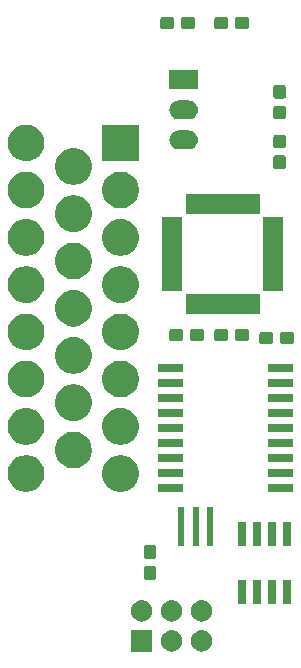
<source format=gbr>
G04 #@! TF.GenerationSoftware,KiCad,Pcbnew,5.1.5-52549c5~84~ubuntu18.04.1*
G04 #@! TF.CreationDate,2020-03-02T19:52:30-05:00*
G04 #@! TF.ProjectId,pedal-board-2020,70656461-6c2d-4626-9f61-72642d323032,rev?*
G04 #@! TF.SameCoordinates,Original*
G04 #@! TF.FileFunction,Soldermask,Top*
G04 #@! TF.FilePolarity,Negative*
%FSLAX46Y46*%
G04 Gerber Fmt 4.6, Leading zero omitted, Abs format (unit mm)*
G04 Created by KiCad (PCBNEW 5.1.5-52549c5~84~ubuntu18.04.1) date 2020-03-02 19:52:30*
%MOMM*%
%LPD*%
G04 APERTURE LIST*
%ADD10C,0.100000*%
G04 APERTURE END LIST*
D10*
G36*
X102983512Y-109593927D02*
G01*
X103132812Y-109623624D01*
X103296784Y-109691544D01*
X103444354Y-109790147D01*
X103569853Y-109915646D01*
X103668456Y-110063216D01*
X103736376Y-110227188D01*
X103771000Y-110401259D01*
X103771000Y-110578741D01*
X103736376Y-110752812D01*
X103668456Y-110916784D01*
X103569853Y-111064354D01*
X103444354Y-111189853D01*
X103296784Y-111288456D01*
X103132812Y-111356376D01*
X102983512Y-111386073D01*
X102958742Y-111391000D01*
X102781258Y-111391000D01*
X102756488Y-111386073D01*
X102607188Y-111356376D01*
X102443216Y-111288456D01*
X102295646Y-111189853D01*
X102170147Y-111064354D01*
X102071544Y-110916784D01*
X102003624Y-110752812D01*
X101969000Y-110578741D01*
X101969000Y-110401259D01*
X102003624Y-110227188D01*
X102071544Y-110063216D01*
X102170147Y-109915646D01*
X102295646Y-109790147D01*
X102443216Y-109691544D01*
X102607188Y-109623624D01*
X102756488Y-109593927D01*
X102781258Y-109589000D01*
X102958742Y-109589000D01*
X102983512Y-109593927D01*
G37*
G36*
X100443512Y-109593927D02*
G01*
X100592812Y-109623624D01*
X100756784Y-109691544D01*
X100904354Y-109790147D01*
X101029853Y-109915646D01*
X101128456Y-110063216D01*
X101196376Y-110227188D01*
X101231000Y-110401259D01*
X101231000Y-110578741D01*
X101196376Y-110752812D01*
X101128456Y-110916784D01*
X101029853Y-111064354D01*
X100904354Y-111189853D01*
X100756784Y-111288456D01*
X100592812Y-111356376D01*
X100443512Y-111386073D01*
X100418742Y-111391000D01*
X100241258Y-111391000D01*
X100216488Y-111386073D01*
X100067188Y-111356376D01*
X99903216Y-111288456D01*
X99755646Y-111189853D01*
X99630147Y-111064354D01*
X99531544Y-110916784D01*
X99463624Y-110752812D01*
X99429000Y-110578741D01*
X99429000Y-110401259D01*
X99463624Y-110227188D01*
X99531544Y-110063216D01*
X99630147Y-109915646D01*
X99755646Y-109790147D01*
X99903216Y-109691544D01*
X100067188Y-109623624D01*
X100216488Y-109593927D01*
X100241258Y-109589000D01*
X100418742Y-109589000D01*
X100443512Y-109593927D01*
G37*
G36*
X98691000Y-111391000D02*
G01*
X96889000Y-111391000D01*
X96889000Y-109589000D01*
X98691000Y-109589000D01*
X98691000Y-111391000D01*
G37*
G36*
X97903512Y-107053927D02*
G01*
X98052812Y-107083624D01*
X98216784Y-107151544D01*
X98364354Y-107250147D01*
X98489853Y-107375646D01*
X98588456Y-107523216D01*
X98656376Y-107687188D01*
X98691000Y-107861259D01*
X98691000Y-108038741D01*
X98656376Y-108212812D01*
X98588456Y-108376784D01*
X98489853Y-108524354D01*
X98364354Y-108649853D01*
X98216784Y-108748456D01*
X98052812Y-108816376D01*
X97903512Y-108846073D01*
X97878742Y-108851000D01*
X97701258Y-108851000D01*
X97676488Y-108846073D01*
X97527188Y-108816376D01*
X97363216Y-108748456D01*
X97215646Y-108649853D01*
X97090147Y-108524354D01*
X96991544Y-108376784D01*
X96923624Y-108212812D01*
X96889000Y-108038741D01*
X96889000Y-107861259D01*
X96923624Y-107687188D01*
X96991544Y-107523216D01*
X97090147Y-107375646D01*
X97215646Y-107250147D01*
X97363216Y-107151544D01*
X97527188Y-107083624D01*
X97676488Y-107053927D01*
X97701258Y-107049000D01*
X97878742Y-107049000D01*
X97903512Y-107053927D01*
G37*
G36*
X100443512Y-107053927D02*
G01*
X100592812Y-107083624D01*
X100756784Y-107151544D01*
X100904354Y-107250147D01*
X101029853Y-107375646D01*
X101128456Y-107523216D01*
X101196376Y-107687188D01*
X101231000Y-107861259D01*
X101231000Y-108038741D01*
X101196376Y-108212812D01*
X101128456Y-108376784D01*
X101029853Y-108524354D01*
X100904354Y-108649853D01*
X100756784Y-108748456D01*
X100592812Y-108816376D01*
X100443512Y-108846073D01*
X100418742Y-108851000D01*
X100241258Y-108851000D01*
X100216488Y-108846073D01*
X100067188Y-108816376D01*
X99903216Y-108748456D01*
X99755646Y-108649853D01*
X99630147Y-108524354D01*
X99531544Y-108376784D01*
X99463624Y-108212812D01*
X99429000Y-108038741D01*
X99429000Y-107861259D01*
X99463624Y-107687188D01*
X99531544Y-107523216D01*
X99630147Y-107375646D01*
X99755646Y-107250147D01*
X99903216Y-107151544D01*
X100067188Y-107083624D01*
X100216488Y-107053927D01*
X100241258Y-107049000D01*
X100418742Y-107049000D01*
X100443512Y-107053927D01*
G37*
G36*
X102983512Y-107053927D02*
G01*
X103132812Y-107083624D01*
X103296784Y-107151544D01*
X103444354Y-107250147D01*
X103569853Y-107375646D01*
X103668456Y-107523216D01*
X103736376Y-107687188D01*
X103771000Y-107861259D01*
X103771000Y-108038741D01*
X103736376Y-108212812D01*
X103668456Y-108376784D01*
X103569853Y-108524354D01*
X103444354Y-108649853D01*
X103296784Y-108748456D01*
X103132812Y-108816376D01*
X102983512Y-108846073D01*
X102958742Y-108851000D01*
X102781258Y-108851000D01*
X102756488Y-108846073D01*
X102607188Y-108816376D01*
X102443216Y-108748456D01*
X102295646Y-108649853D01*
X102170147Y-108524354D01*
X102071544Y-108376784D01*
X102003624Y-108212812D01*
X101969000Y-108038741D01*
X101969000Y-107861259D01*
X102003624Y-107687188D01*
X102071544Y-107523216D01*
X102170147Y-107375646D01*
X102295646Y-107250147D01*
X102443216Y-107151544D01*
X102607188Y-107083624D01*
X102756488Y-107053927D01*
X102781258Y-107049000D01*
X102958742Y-107049000D01*
X102983512Y-107053927D01*
G37*
G36*
X110368928Y-105337764D02*
G01*
X110390009Y-105344160D01*
X110409445Y-105354548D01*
X110426476Y-105368524D01*
X110440452Y-105385555D01*
X110450840Y-105404991D01*
X110457236Y-105426072D01*
X110460000Y-105454140D01*
X110460000Y-107267860D01*
X110457236Y-107295928D01*
X110450840Y-107317009D01*
X110440452Y-107336445D01*
X110426476Y-107353476D01*
X110409445Y-107367452D01*
X110390009Y-107377840D01*
X110368928Y-107384236D01*
X110340860Y-107387000D01*
X109877140Y-107387000D01*
X109849072Y-107384236D01*
X109827991Y-107377840D01*
X109808555Y-107367452D01*
X109791524Y-107353476D01*
X109777548Y-107336445D01*
X109767160Y-107317009D01*
X109760764Y-107295928D01*
X109758000Y-107267860D01*
X109758000Y-105454140D01*
X109760764Y-105426072D01*
X109767160Y-105404991D01*
X109777548Y-105385555D01*
X109791524Y-105368524D01*
X109808555Y-105354548D01*
X109827991Y-105344160D01*
X109849072Y-105337764D01*
X109877140Y-105335000D01*
X110340860Y-105335000D01*
X110368928Y-105337764D01*
G37*
G36*
X109098928Y-105337764D02*
G01*
X109120009Y-105344160D01*
X109139445Y-105354548D01*
X109156476Y-105368524D01*
X109170452Y-105385555D01*
X109180840Y-105404991D01*
X109187236Y-105426072D01*
X109190000Y-105454140D01*
X109190000Y-107267860D01*
X109187236Y-107295928D01*
X109180840Y-107317009D01*
X109170452Y-107336445D01*
X109156476Y-107353476D01*
X109139445Y-107367452D01*
X109120009Y-107377840D01*
X109098928Y-107384236D01*
X109070860Y-107387000D01*
X108607140Y-107387000D01*
X108579072Y-107384236D01*
X108557991Y-107377840D01*
X108538555Y-107367452D01*
X108521524Y-107353476D01*
X108507548Y-107336445D01*
X108497160Y-107317009D01*
X108490764Y-107295928D01*
X108488000Y-107267860D01*
X108488000Y-105454140D01*
X108490764Y-105426072D01*
X108497160Y-105404991D01*
X108507548Y-105385555D01*
X108521524Y-105368524D01*
X108538555Y-105354548D01*
X108557991Y-105344160D01*
X108579072Y-105337764D01*
X108607140Y-105335000D01*
X109070860Y-105335000D01*
X109098928Y-105337764D01*
G37*
G36*
X107828928Y-105337764D02*
G01*
X107850009Y-105344160D01*
X107869445Y-105354548D01*
X107886476Y-105368524D01*
X107900452Y-105385555D01*
X107910840Y-105404991D01*
X107917236Y-105426072D01*
X107920000Y-105454140D01*
X107920000Y-107267860D01*
X107917236Y-107295928D01*
X107910840Y-107317009D01*
X107900452Y-107336445D01*
X107886476Y-107353476D01*
X107869445Y-107367452D01*
X107850009Y-107377840D01*
X107828928Y-107384236D01*
X107800860Y-107387000D01*
X107337140Y-107387000D01*
X107309072Y-107384236D01*
X107287991Y-107377840D01*
X107268555Y-107367452D01*
X107251524Y-107353476D01*
X107237548Y-107336445D01*
X107227160Y-107317009D01*
X107220764Y-107295928D01*
X107218000Y-107267860D01*
X107218000Y-105454140D01*
X107220764Y-105426072D01*
X107227160Y-105404991D01*
X107237548Y-105385555D01*
X107251524Y-105368524D01*
X107268555Y-105354548D01*
X107287991Y-105344160D01*
X107309072Y-105337764D01*
X107337140Y-105335000D01*
X107800860Y-105335000D01*
X107828928Y-105337764D01*
G37*
G36*
X106558928Y-105337764D02*
G01*
X106580009Y-105344160D01*
X106599445Y-105354548D01*
X106616476Y-105368524D01*
X106630452Y-105385555D01*
X106640840Y-105404991D01*
X106647236Y-105426072D01*
X106650000Y-105454140D01*
X106650000Y-107267860D01*
X106647236Y-107295928D01*
X106640840Y-107317009D01*
X106630452Y-107336445D01*
X106616476Y-107353476D01*
X106599445Y-107367452D01*
X106580009Y-107377840D01*
X106558928Y-107384236D01*
X106530860Y-107387000D01*
X106067140Y-107387000D01*
X106039072Y-107384236D01*
X106017991Y-107377840D01*
X105998555Y-107367452D01*
X105981524Y-107353476D01*
X105967548Y-107336445D01*
X105957160Y-107317009D01*
X105950764Y-107295928D01*
X105948000Y-107267860D01*
X105948000Y-105454140D01*
X105950764Y-105426072D01*
X105957160Y-105404991D01*
X105967548Y-105385555D01*
X105981524Y-105368524D01*
X105998555Y-105354548D01*
X106017991Y-105344160D01*
X106039072Y-105337764D01*
X106067140Y-105335000D01*
X106530860Y-105335000D01*
X106558928Y-105337764D01*
G37*
G36*
X98864499Y-104153445D02*
G01*
X98901995Y-104164820D01*
X98936554Y-104183292D01*
X98966847Y-104208153D01*
X98991708Y-104238446D01*
X99010180Y-104273005D01*
X99021555Y-104310501D01*
X99026000Y-104355638D01*
X99026000Y-105094362D01*
X99021555Y-105139499D01*
X99010180Y-105176995D01*
X98991708Y-105211554D01*
X98966847Y-105241847D01*
X98936554Y-105266708D01*
X98901995Y-105285180D01*
X98864499Y-105296555D01*
X98819362Y-105301000D01*
X98180638Y-105301000D01*
X98135501Y-105296555D01*
X98098005Y-105285180D01*
X98063446Y-105266708D01*
X98033153Y-105241847D01*
X98008292Y-105211554D01*
X97989820Y-105176995D01*
X97978445Y-105139499D01*
X97974000Y-105094362D01*
X97974000Y-104355638D01*
X97978445Y-104310501D01*
X97989820Y-104273005D01*
X98008292Y-104238446D01*
X98033153Y-104208153D01*
X98063446Y-104183292D01*
X98098005Y-104164820D01*
X98135501Y-104153445D01*
X98180638Y-104149000D01*
X98819362Y-104149000D01*
X98864499Y-104153445D01*
G37*
G36*
X98864499Y-102403445D02*
G01*
X98901995Y-102414820D01*
X98936554Y-102433292D01*
X98966847Y-102458153D01*
X98991708Y-102488446D01*
X99010180Y-102523005D01*
X99021555Y-102560501D01*
X99026000Y-102605638D01*
X99026000Y-103344362D01*
X99021555Y-103389499D01*
X99010180Y-103426995D01*
X98991708Y-103461554D01*
X98966847Y-103491847D01*
X98936554Y-103516708D01*
X98901995Y-103535180D01*
X98864499Y-103546555D01*
X98819362Y-103551000D01*
X98180638Y-103551000D01*
X98135501Y-103546555D01*
X98098005Y-103535180D01*
X98063446Y-103516708D01*
X98033153Y-103491847D01*
X98008292Y-103461554D01*
X97989820Y-103426995D01*
X97978445Y-103389499D01*
X97974000Y-103344362D01*
X97974000Y-102605638D01*
X97978445Y-102560501D01*
X97989820Y-102523005D01*
X98008292Y-102488446D01*
X98033153Y-102458153D01*
X98063446Y-102433292D01*
X98098005Y-102414820D01*
X98135501Y-102403445D01*
X98180638Y-102399000D01*
X98819362Y-102399000D01*
X98864499Y-102403445D01*
G37*
G36*
X102613000Y-102489000D02*
G01*
X102111000Y-102489000D01*
X102111000Y-99187000D01*
X102613000Y-99187000D01*
X102613000Y-102489000D01*
G37*
G36*
X101413000Y-102489000D02*
G01*
X100911000Y-102489000D01*
X100911000Y-99187000D01*
X101413000Y-99187000D01*
X101413000Y-102489000D01*
G37*
G36*
X103813000Y-102489000D02*
G01*
X103311000Y-102489000D01*
X103311000Y-99187000D01*
X103813000Y-99187000D01*
X103813000Y-102489000D01*
G37*
G36*
X110368928Y-100387764D02*
G01*
X110390009Y-100394160D01*
X110409445Y-100404548D01*
X110426476Y-100418524D01*
X110440452Y-100435555D01*
X110450840Y-100454991D01*
X110457236Y-100476072D01*
X110460000Y-100504140D01*
X110460000Y-102317860D01*
X110457236Y-102345928D01*
X110450840Y-102367009D01*
X110440452Y-102386445D01*
X110426476Y-102403476D01*
X110409445Y-102417452D01*
X110390009Y-102427840D01*
X110368928Y-102434236D01*
X110340860Y-102437000D01*
X109877140Y-102437000D01*
X109849072Y-102434236D01*
X109827991Y-102427840D01*
X109808555Y-102417452D01*
X109791524Y-102403476D01*
X109777548Y-102386445D01*
X109767160Y-102367009D01*
X109760764Y-102345928D01*
X109758000Y-102317860D01*
X109758000Y-100504140D01*
X109760764Y-100476072D01*
X109767160Y-100454991D01*
X109777548Y-100435555D01*
X109791524Y-100418524D01*
X109808555Y-100404548D01*
X109827991Y-100394160D01*
X109849072Y-100387764D01*
X109877140Y-100385000D01*
X110340860Y-100385000D01*
X110368928Y-100387764D01*
G37*
G36*
X109098928Y-100387764D02*
G01*
X109120009Y-100394160D01*
X109139445Y-100404548D01*
X109156476Y-100418524D01*
X109170452Y-100435555D01*
X109180840Y-100454991D01*
X109187236Y-100476072D01*
X109190000Y-100504140D01*
X109190000Y-102317860D01*
X109187236Y-102345928D01*
X109180840Y-102367009D01*
X109170452Y-102386445D01*
X109156476Y-102403476D01*
X109139445Y-102417452D01*
X109120009Y-102427840D01*
X109098928Y-102434236D01*
X109070860Y-102437000D01*
X108607140Y-102437000D01*
X108579072Y-102434236D01*
X108557991Y-102427840D01*
X108538555Y-102417452D01*
X108521524Y-102403476D01*
X108507548Y-102386445D01*
X108497160Y-102367009D01*
X108490764Y-102345928D01*
X108488000Y-102317860D01*
X108488000Y-100504140D01*
X108490764Y-100476072D01*
X108497160Y-100454991D01*
X108507548Y-100435555D01*
X108521524Y-100418524D01*
X108538555Y-100404548D01*
X108557991Y-100394160D01*
X108579072Y-100387764D01*
X108607140Y-100385000D01*
X109070860Y-100385000D01*
X109098928Y-100387764D01*
G37*
G36*
X107828928Y-100387764D02*
G01*
X107850009Y-100394160D01*
X107869445Y-100404548D01*
X107886476Y-100418524D01*
X107900452Y-100435555D01*
X107910840Y-100454991D01*
X107917236Y-100476072D01*
X107920000Y-100504140D01*
X107920000Y-102317860D01*
X107917236Y-102345928D01*
X107910840Y-102367009D01*
X107900452Y-102386445D01*
X107886476Y-102403476D01*
X107869445Y-102417452D01*
X107850009Y-102427840D01*
X107828928Y-102434236D01*
X107800860Y-102437000D01*
X107337140Y-102437000D01*
X107309072Y-102434236D01*
X107287991Y-102427840D01*
X107268555Y-102417452D01*
X107251524Y-102403476D01*
X107237548Y-102386445D01*
X107227160Y-102367009D01*
X107220764Y-102345928D01*
X107218000Y-102317860D01*
X107218000Y-100504140D01*
X107220764Y-100476072D01*
X107227160Y-100454991D01*
X107237548Y-100435555D01*
X107251524Y-100418524D01*
X107268555Y-100404548D01*
X107287991Y-100394160D01*
X107309072Y-100387764D01*
X107337140Y-100385000D01*
X107800860Y-100385000D01*
X107828928Y-100387764D01*
G37*
G36*
X106558928Y-100387764D02*
G01*
X106580009Y-100394160D01*
X106599445Y-100404548D01*
X106616476Y-100418524D01*
X106630452Y-100435555D01*
X106640840Y-100454991D01*
X106647236Y-100476072D01*
X106650000Y-100504140D01*
X106650000Y-102317860D01*
X106647236Y-102345928D01*
X106640840Y-102367009D01*
X106630452Y-102386445D01*
X106616476Y-102403476D01*
X106599445Y-102417452D01*
X106580009Y-102427840D01*
X106558928Y-102434236D01*
X106530860Y-102437000D01*
X106067140Y-102437000D01*
X106039072Y-102434236D01*
X106017991Y-102427840D01*
X105998555Y-102417452D01*
X105981524Y-102403476D01*
X105967548Y-102386445D01*
X105957160Y-102367009D01*
X105950764Y-102345928D01*
X105948000Y-102317860D01*
X105948000Y-100504140D01*
X105950764Y-100476072D01*
X105957160Y-100454991D01*
X105967548Y-100435555D01*
X105981524Y-100418524D01*
X105998555Y-100404548D01*
X106017991Y-100394160D01*
X106039072Y-100387764D01*
X106067140Y-100385000D01*
X106530860Y-100385000D01*
X106558928Y-100387764D01*
G37*
G36*
X101236928Y-97187764D02*
G01*
X101258009Y-97194160D01*
X101277445Y-97204548D01*
X101294476Y-97218524D01*
X101308452Y-97235555D01*
X101318840Y-97254991D01*
X101325236Y-97276072D01*
X101328000Y-97304140D01*
X101328000Y-97767860D01*
X101325236Y-97795928D01*
X101318840Y-97817009D01*
X101308452Y-97836445D01*
X101294476Y-97853476D01*
X101277445Y-97867452D01*
X101258009Y-97877840D01*
X101236928Y-97884236D01*
X101208860Y-97887000D01*
X99295140Y-97887000D01*
X99267072Y-97884236D01*
X99245991Y-97877840D01*
X99226555Y-97867452D01*
X99209524Y-97853476D01*
X99195548Y-97836445D01*
X99185160Y-97817009D01*
X99178764Y-97795928D01*
X99176000Y-97767860D01*
X99176000Y-97304140D01*
X99178764Y-97276072D01*
X99185160Y-97254991D01*
X99195548Y-97235555D01*
X99209524Y-97218524D01*
X99226555Y-97204548D01*
X99245991Y-97194160D01*
X99267072Y-97187764D01*
X99295140Y-97185000D01*
X101208860Y-97185000D01*
X101236928Y-97187764D01*
G37*
G36*
X110536928Y-97187764D02*
G01*
X110558009Y-97194160D01*
X110577445Y-97204548D01*
X110594476Y-97218524D01*
X110608452Y-97235555D01*
X110618840Y-97254991D01*
X110625236Y-97276072D01*
X110628000Y-97304140D01*
X110628000Y-97767860D01*
X110625236Y-97795928D01*
X110618840Y-97817009D01*
X110608452Y-97836445D01*
X110594476Y-97853476D01*
X110577445Y-97867452D01*
X110558009Y-97877840D01*
X110536928Y-97884236D01*
X110508860Y-97887000D01*
X108595140Y-97887000D01*
X108567072Y-97884236D01*
X108545991Y-97877840D01*
X108526555Y-97867452D01*
X108509524Y-97853476D01*
X108495548Y-97836445D01*
X108485160Y-97817009D01*
X108478764Y-97795928D01*
X108476000Y-97767860D01*
X108476000Y-97304140D01*
X108478764Y-97276072D01*
X108485160Y-97254991D01*
X108495548Y-97235555D01*
X108509524Y-97218524D01*
X108526555Y-97204548D01*
X108545991Y-97194160D01*
X108567072Y-97187764D01*
X108595140Y-97185000D01*
X110508860Y-97185000D01*
X110536928Y-97187764D01*
G37*
G36*
X88314585Y-94804802D02*
G01*
X88464410Y-94834604D01*
X88746674Y-94951521D01*
X89000705Y-95121259D01*
X89216741Y-95337295D01*
X89386479Y-95591326D01*
X89503396Y-95873590D01*
X89503396Y-95873591D01*
X89563000Y-96173239D01*
X89563000Y-96478761D01*
X89545727Y-96565597D01*
X89503396Y-96778410D01*
X89386479Y-97060674D01*
X89216741Y-97314705D01*
X89000705Y-97530741D01*
X88746674Y-97700479D01*
X88464410Y-97817396D01*
X88372907Y-97835597D01*
X88164761Y-97877000D01*
X87859239Y-97877000D01*
X87651093Y-97835597D01*
X87559590Y-97817396D01*
X87277326Y-97700479D01*
X87023295Y-97530741D01*
X86807259Y-97314705D01*
X86637521Y-97060674D01*
X86520604Y-96778410D01*
X86478273Y-96565597D01*
X86461000Y-96478761D01*
X86461000Y-96173239D01*
X86520604Y-95873591D01*
X86520604Y-95873590D01*
X86637521Y-95591326D01*
X86807259Y-95337295D01*
X87023295Y-95121259D01*
X87277326Y-94951521D01*
X87559590Y-94834604D01*
X87709415Y-94804802D01*
X87859239Y-94775000D01*
X88164761Y-94775000D01*
X88314585Y-94804802D01*
G37*
G36*
X96314585Y-94804802D02*
G01*
X96464410Y-94834604D01*
X96746674Y-94951521D01*
X97000705Y-95121259D01*
X97216741Y-95337295D01*
X97386479Y-95591326D01*
X97503396Y-95873590D01*
X97503396Y-95873591D01*
X97563000Y-96173239D01*
X97563000Y-96478761D01*
X97545727Y-96565597D01*
X97503396Y-96778410D01*
X97386479Y-97060674D01*
X97216741Y-97314705D01*
X97000705Y-97530741D01*
X96746674Y-97700479D01*
X96464410Y-97817396D01*
X96372907Y-97835597D01*
X96164761Y-97877000D01*
X95859239Y-97877000D01*
X95651093Y-97835597D01*
X95559590Y-97817396D01*
X95277326Y-97700479D01*
X95023295Y-97530741D01*
X94807259Y-97314705D01*
X94637521Y-97060674D01*
X94520604Y-96778410D01*
X94478273Y-96565597D01*
X94461000Y-96478761D01*
X94461000Y-96173239D01*
X94520604Y-95873591D01*
X94520604Y-95873590D01*
X94637521Y-95591326D01*
X94807259Y-95337295D01*
X95023295Y-95121259D01*
X95277326Y-94951521D01*
X95559590Y-94834604D01*
X95709415Y-94804802D01*
X95859239Y-94775000D01*
X96164761Y-94775000D01*
X96314585Y-94804802D01*
G37*
G36*
X110536928Y-95917764D02*
G01*
X110558009Y-95924160D01*
X110577445Y-95934548D01*
X110594476Y-95948524D01*
X110608452Y-95965555D01*
X110618840Y-95984991D01*
X110625236Y-96006072D01*
X110628000Y-96034140D01*
X110628000Y-96497860D01*
X110625236Y-96525928D01*
X110618840Y-96547009D01*
X110608452Y-96566445D01*
X110594476Y-96583476D01*
X110577445Y-96597452D01*
X110558009Y-96607840D01*
X110536928Y-96614236D01*
X110508860Y-96617000D01*
X108595140Y-96617000D01*
X108567072Y-96614236D01*
X108545991Y-96607840D01*
X108526555Y-96597452D01*
X108509524Y-96583476D01*
X108495548Y-96566445D01*
X108485160Y-96547009D01*
X108478764Y-96525928D01*
X108476000Y-96497860D01*
X108476000Y-96034140D01*
X108478764Y-96006072D01*
X108485160Y-95984991D01*
X108495548Y-95965555D01*
X108509524Y-95948524D01*
X108526555Y-95934548D01*
X108545991Y-95924160D01*
X108567072Y-95917764D01*
X108595140Y-95915000D01*
X110508860Y-95915000D01*
X110536928Y-95917764D01*
G37*
G36*
X101236928Y-95917764D02*
G01*
X101258009Y-95924160D01*
X101277445Y-95934548D01*
X101294476Y-95948524D01*
X101308452Y-95965555D01*
X101318840Y-95984991D01*
X101325236Y-96006072D01*
X101328000Y-96034140D01*
X101328000Y-96497860D01*
X101325236Y-96525928D01*
X101318840Y-96547009D01*
X101308452Y-96566445D01*
X101294476Y-96583476D01*
X101277445Y-96597452D01*
X101258009Y-96607840D01*
X101236928Y-96614236D01*
X101208860Y-96617000D01*
X99295140Y-96617000D01*
X99267072Y-96614236D01*
X99245991Y-96607840D01*
X99226555Y-96597452D01*
X99209524Y-96583476D01*
X99195548Y-96566445D01*
X99185160Y-96547009D01*
X99178764Y-96525928D01*
X99176000Y-96497860D01*
X99176000Y-96034140D01*
X99178764Y-96006072D01*
X99185160Y-95984991D01*
X99195548Y-95965555D01*
X99209524Y-95948524D01*
X99226555Y-95934548D01*
X99245991Y-95924160D01*
X99267072Y-95917764D01*
X99295140Y-95915000D01*
X101208860Y-95915000D01*
X101236928Y-95917764D01*
G37*
G36*
X92227361Y-92787452D02*
G01*
X92464410Y-92834604D01*
X92746674Y-92951521D01*
X93000705Y-93121259D01*
X93216741Y-93337295D01*
X93386479Y-93591326D01*
X93503396Y-93873590D01*
X93515758Y-93935738D01*
X93537974Y-94047423D01*
X93563000Y-94173240D01*
X93563000Y-94478760D01*
X93503396Y-94778410D01*
X93386479Y-95060674D01*
X93216741Y-95314705D01*
X93000705Y-95530741D01*
X92746674Y-95700479D01*
X92464410Y-95817396D01*
X92314585Y-95847198D01*
X92164761Y-95877000D01*
X91859239Y-95877000D01*
X91709415Y-95847198D01*
X91559590Y-95817396D01*
X91277326Y-95700479D01*
X91023295Y-95530741D01*
X90807259Y-95314705D01*
X90637521Y-95060674D01*
X90520604Y-94778410D01*
X90461000Y-94478760D01*
X90461000Y-94173240D01*
X90486027Y-94047423D01*
X90508242Y-93935738D01*
X90520604Y-93873590D01*
X90637521Y-93591326D01*
X90807259Y-93337295D01*
X91023295Y-93121259D01*
X91277326Y-92951521D01*
X91559590Y-92834604D01*
X91796639Y-92787452D01*
X91859239Y-92775000D01*
X92164761Y-92775000D01*
X92227361Y-92787452D01*
G37*
G36*
X110536928Y-94647764D02*
G01*
X110558009Y-94654160D01*
X110577445Y-94664548D01*
X110594476Y-94678524D01*
X110608452Y-94695555D01*
X110618840Y-94714991D01*
X110625236Y-94736072D01*
X110628000Y-94764140D01*
X110628000Y-95227860D01*
X110625236Y-95255928D01*
X110618840Y-95277009D01*
X110608452Y-95296445D01*
X110594476Y-95313476D01*
X110577445Y-95327452D01*
X110558009Y-95337840D01*
X110536928Y-95344236D01*
X110508860Y-95347000D01*
X108595140Y-95347000D01*
X108567072Y-95344236D01*
X108545991Y-95337840D01*
X108526555Y-95327452D01*
X108509524Y-95313476D01*
X108495548Y-95296445D01*
X108485160Y-95277009D01*
X108478764Y-95255928D01*
X108476000Y-95227860D01*
X108476000Y-94764140D01*
X108478764Y-94736072D01*
X108485160Y-94714991D01*
X108495548Y-94695555D01*
X108509524Y-94678524D01*
X108526555Y-94664548D01*
X108545991Y-94654160D01*
X108567072Y-94647764D01*
X108595140Y-94645000D01*
X110508860Y-94645000D01*
X110536928Y-94647764D01*
G37*
G36*
X101236928Y-94647764D02*
G01*
X101258009Y-94654160D01*
X101277445Y-94664548D01*
X101294476Y-94678524D01*
X101308452Y-94695555D01*
X101318840Y-94714991D01*
X101325236Y-94736072D01*
X101328000Y-94764140D01*
X101328000Y-95227860D01*
X101325236Y-95255928D01*
X101318840Y-95277009D01*
X101308452Y-95296445D01*
X101294476Y-95313476D01*
X101277445Y-95327452D01*
X101258009Y-95337840D01*
X101236928Y-95344236D01*
X101208860Y-95347000D01*
X99295140Y-95347000D01*
X99267072Y-95344236D01*
X99245991Y-95337840D01*
X99226555Y-95327452D01*
X99209524Y-95313476D01*
X99195548Y-95296445D01*
X99185160Y-95277009D01*
X99178764Y-95255928D01*
X99176000Y-95227860D01*
X99176000Y-94764140D01*
X99178764Y-94736072D01*
X99185160Y-94714991D01*
X99195548Y-94695555D01*
X99209524Y-94678524D01*
X99226555Y-94664548D01*
X99245991Y-94654160D01*
X99267072Y-94647764D01*
X99295140Y-94645000D01*
X101208860Y-94645000D01*
X101236928Y-94647764D01*
G37*
G36*
X110536928Y-93377764D02*
G01*
X110558009Y-93384160D01*
X110577445Y-93394548D01*
X110594476Y-93408524D01*
X110608452Y-93425555D01*
X110618840Y-93444991D01*
X110625236Y-93466072D01*
X110628000Y-93494140D01*
X110628000Y-93957860D01*
X110625236Y-93985928D01*
X110618840Y-94007009D01*
X110608452Y-94026445D01*
X110594476Y-94043476D01*
X110577445Y-94057452D01*
X110558009Y-94067840D01*
X110536928Y-94074236D01*
X110508860Y-94077000D01*
X108595140Y-94077000D01*
X108567072Y-94074236D01*
X108545991Y-94067840D01*
X108526555Y-94057452D01*
X108509524Y-94043476D01*
X108495548Y-94026445D01*
X108485160Y-94007009D01*
X108478764Y-93985928D01*
X108476000Y-93957860D01*
X108476000Y-93494140D01*
X108478764Y-93466072D01*
X108485160Y-93444991D01*
X108495548Y-93425555D01*
X108509524Y-93408524D01*
X108526555Y-93394548D01*
X108545991Y-93384160D01*
X108567072Y-93377764D01*
X108595140Y-93375000D01*
X110508860Y-93375000D01*
X110536928Y-93377764D01*
G37*
G36*
X101236928Y-93377764D02*
G01*
X101258009Y-93384160D01*
X101277445Y-93394548D01*
X101294476Y-93408524D01*
X101308452Y-93425555D01*
X101318840Y-93444991D01*
X101325236Y-93466072D01*
X101328000Y-93494140D01*
X101328000Y-93957860D01*
X101325236Y-93985928D01*
X101318840Y-94007009D01*
X101308452Y-94026445D01*
X101294476Y-94043476D01*
X101277445Y-94057452D01*
X101258009Y-94067840D01*
X101236928Y-94074236D01*
X101208860Y-94077000D01*
X99295140Y-94077000D01*
X99267072Y-94074236D01*
X99245991Y-94067840D01*
X99226555Y-94057452D01*
X99209524Y-94043476D01*
X99195548Y-94026445D01*
X99185160Y-94007009D01*
X99178764Y-93985928D01*
X99176000Y-93957860D01*
X99176000Y-93494140D01*
X99178764Y-93466072D01*
X99185160Y-93444991D01*
X99195548Y-93425555D01*
X99209524Y-93408524D01*
X99226555Y-93394548D01*
X99245991Y-93384160D01*
X99267072Y-93377764D01*
X99295140Y-93375000D01*
X101208860Y-93375000D01*
X101236928Y-93377764D01*
G37*
G36*
X96314585Y-90804802D02*
G01*
X96464410Y-90834604D01*
X96746674Y-90951521D01*
X97000705Y-91121259D01*
X97216741Y-91337295D01*
X97386479Y-91591326D01*
X97503396Y-91873590D01*
X97503396Y-91873591D01*
X97555310Y-92134577D01*
X97563000Y-92173240D01*
X97563000Y-92478760D01*
X97503396Y-92778410D01*
X97386479Y-93060674D01*
X97216741Y-93314705D01*
X97000705Y-93530741D01*
X96746674Y-93700479D01*
X96464410Y-93817396D01*
X96314585Y-93847198D01*
X96164761Y-93877000D01*
X95859239Y-93877000D01*
X95709415Y-93847198D01*
X95559590Y-93817396D01*
X95277326Y-93700479D01*
X95023295Y-93530741D01*
X94807259Y-93314705D01*
X94637521Y-93060674D01*
X94520604Y-92778410D01*
X94461000Y-92478760D01*
X94461000Y-92173240D01*
X94468691Y-92134577D01*
X94520604Y-91873591D01*
X94520604Y-91873590D01*
X94637521Y-91591326D01*
X94807259Y-91337295D01*
X95023295Y-91121259D01*
X95277326Y-90951521D01*
X95559590Y-90834604D01*
X95709415Y-90804802D01*
X95859239Y-90775000D01*
X96164761Y-90775000D01*
X96314585Y-90804802D01*
G37*
G36*
X88314585Y-90804802D02*
G01*
X88464410Y-90834604D01*
X88746674Y-90951521D01*
X89000705Y-91121259D01*
X89216741Y-91337295D01*
X89386479Y-91591326D01*
X89503396Y-91873590D01*
X89503396Y-91873591D01*
X89555310Y-92134577D01*
X89563000Y-92173240D01*
X89563000Y-92478760D01*
X89503396Y-92778410D01*
X89386479Y-93060674D01*
X89216741Y-93314705D01*
X89000705Y-93530741D01*
X88746674Y-93700479D01*
X88464410Y-93817396D01*
X88314585Y-93847198D01*
X88164761Y-93877000D01*
X87859239Y-93877000D01*
X87709415Y-93847198D01*
X87559590Y-93817396D01*
X87277326Y-93700479D01*
X87023295Y-93530741D01*
X86807259Y-93314705D01*
X86637521Y-93060674D01*
X86520604Y-92778410D01*
X86461000Y-92478760D01*
X86461000Y-92173240D01*
X86468691Y-92134577D01*
X86520604Y-91873591D01*
X86520604Y-91873590D01*
X86637521Y-91591326D01*
X86807259Y-91337295D01*
X87023295Y-91121259D01*
X87277326Y-90951521D01*
X87559590Y-90834604D01*
X87709415Y-90804802D01*
X87859239Y-90775000D01*
X88164761Y-90775000D01*
X88314585Y-90804802D01*
G37*
G36*
X101236928Y-92107764D02*
G01*
X101258009Y-92114160D01*
X101277445Y-92124548D01*
X101294476Y-92138524D01*
X101308452Y-92155555D01*
X101318840Y-92174991D01*
X101325236Y-92196072D01*
X101328000Y-92224140D01*
X101328000Y-92687860D01*
X101325236Y-92715928D01*
X101318840Y-92737009D01*
X101308452Y-92756445D01*
X101294476Y-92773476D01*
X101277445Y-92787452D01*
X101258009Y-92797840D01*
X101236928Y-92804236D01*
X101208860Y-92807000D01*
X99295140Y-92807000D01*
X99267072Y-92804236D01*
X99245991Y-92797840D01*
X99226555Y-92787452D01*
X99209524Y-92773476D01*
X99195548Y-92756445D01*
X99185160Y-92737009D01*
X99178764Y-92715928D01*
X99176000Y-92687860D01*
X99176000Y-92224140D01*
X99178764Y-92196072D01*
X99185160Y-92174991D01*
X99195548Y-92155555D01*
X99209524Y-92138524D01*
X99226555Y-92124548D01*
X99245991Y-92114160D01*
X99267072Y-92107764D01*
X99295140Y-92105000D01*
X101208860Y-92105000D01*
X101236928Y-92107764D01*
G37*
G36*
X110536928Y-92107764D02*
G01*
X110558009Y-92114160D01*
X110577445Y-92124548D01*
X110594476Y-92138524D01*
X110608452Y-92155555D01*
X110618840Y-92174991D01*
X110625236Y-92196072D01*
X110628000Y-92224140D01*
X110628000Y-92687860D01*
X110625236Y-92715928D01*
X110618840Y-92737009D01*
X110608452Y-92756445D01*
X110594476Y-92773476D01*
X110577445Y-92787452D01*
X110558009Y-92797840D01*
X110536928Y-92804236D01*
X110508860Y-92807000D01*
X108595140Y-92807000D01*
X108567072Y-92804236D01*
X108545991Y-92797840D01*
X108526555Y-92787452D01*
X108509524Y-92773476D01*
X108495548Y-92756445D01*
X108485160Y-92737009D01*
X108478764Y-92715928D01*
X108476000Y-92687860D01*
X108476000Y-92224140D01*
X108478764Y-92196072D01*
X108485160Y-92174991D01*
X108495548Y-92155555D01*
X108509524Y-92138524D01*
X108526555Y-92124548D01*
X108545991Y-92114160D01*
X108567072Y-92107764D01*
X108595140Y-92105000D01*
X110508860Y-92105000D01*
X110536928Y-92107764D01*
G37*
G36*
X92314585Y-88804802D02*
G01*
X92464410Y-88834604D01*
X92746674Y-88951521D01*
X93000705Y-89121259D01*
X93216741Y-89337295D01*
X93386479Y-89591326D01*
X93503396Y-89873590D01*
X93563000Y-90173240D01*
X93563000Y-90478760D01*
X93503396Y-90778410D01*
X93386479Y-91060674D01*
X93216741Y-91314705D01*
X93000705Y-91530741D01*
X92746674Y-91700479D01*
X92464410Y-91817396D01*
X92314585Y-91847198D01*
X92164761Y-91877000D01*
X91859239Y-91877000D01*
X91709415Y-91847198D01*
X91559590Y-91817396D01*
X91277326Y-91700479D01*
X91023295Y-91530741D01*
X90807259Y-91314705D01*
X90637521Y-91060674D01*
X90520604Y-90778410D01*
X90461000Y-90478760D01*
X90461000Y-90173240D01*
X90520604Y-89873590D01*
X90637521Y-89591326D01*
X90807259Y-89337295D01*
X91023295Y-89121259D01*
X91277326Y-88951521D01*
X91559590Y-88834604D01*
X91709415Y-88804802D01*
X91859239Y-88775000D01*
X92164761Y-88775000D01*
X92314585Y-88804802D01*
G37*
G36*
X101236928Y-90837764D02*
G01*
X101258009Y-90844160D01*
X101277445Y-90854548D01*
X101294476Y-90868524D01*
X101308452Y-90885555D01*
X101318840Y-90904991D01*
X101325236Y-90926072D01*
X101328000Y-90954140D01*
X101328000Y-91417860D01*
X101325236Y-91445928D01*
X101318840Y-91467009D01*
X101308452Y-91486445D01*
X101294476Y-91503476D01*
X101277445Y-91517452D01*
X101258009Y-91527840D01*
X101236928Y-91534236D01*
X101208860Y-91537000D01*
X99295140Y-91537000D01*
X99267072Y-91534236D01*
X99245991Y-91527840D01*
X99226555Y-91517452D01*
X99209524Y-91503476D01*
X99195548Y-91486445D01*
X99185160Y-91467009D01*
X99178764Y-91445928D01*
X99176000Y-91417860D01*
X99176000Y-90954140D01*
X99178764Y-90926072D01*
X99185160Y-90904991D01*
X99195548Y-90885555D01*
X99209524Y-90868524D01*
X99226555Y-90854548D01*
X99245991Y-90844160D01*
X99267072Y-90837764D01*
X99295140Y-90835000D01*
X101208860Y-90835000D01*
X101236928Y-90837764D01*
G37*
G36*
X110536928Y-90837764D02*
G01*
X110558009Y-90844160D01*
X110577445Y-90854548D01*
X110594476Y-90868524D01*
X110608452Y-90885555D01*
X110618840Y-90904991D01*
X110625236Y-90926072D01*
X110628000Y-90954140D01*
X110628000Y-91417860D01*
X110625236Y-91445928D01*
X110618840Y-91467009D01*
X110608452Y-91486445D01*
X110594476Y-91503476D01*
X110577445Y-91517452D01*
X110558009Y-91527840D01*
X110536928Y-91534236D01*
X110508860Y-91537000D01*
X108595140Y-91537000D01*
X108567072Y-91534236D01*
X108545991Y-91527840D01*
X108526555Y-91517452D01*
X108509524Y-91503476D01*
X108495548Y-91486445D01*
X108485160Y-91467009D01*
X108478764Y-91445928D01*
X108476000Y-91417860D01*
X108476000Y-90954140D01*
X108478764Y-90926072D01*
X108485160Y-90904991D01*
X108495548Y-90885555D01*
X108509524Y-90868524D01*
X108526555Y-90854548D01*
X108545991Y-90844160D01*
X108567072Y-90837764D01*
X108595140Y-90835000D01*
X110508860Y-90835000D01*
X110536928Y-90837764D01*
G37*
G36*
X110536928Y-89567764D02*
G01*
X110558009Y-89574160D01*
X110577445Y-89584548D01*
X110594476Y-89598524D01*
X110608452Y-89615555D01*
X110618840Y-89634991D01*
X110625236Y-89656072D01*
X110628000Y-89684140D01*
X110628000Y-90147860D01*
X110625236Y-90175928D01*
X110618840Y-90197009D01*
X110608452Y-90216445D01*
X110594476Y-90233476D01*
X110577445Y-90247452D01*
X110558009Y-90257840D01*
X110536928Y-90264236D01*
X110508860Y-90267000D01*
X108595140Y-90267000D01*
X108567072Y-90264236D01*
X108545991Y-90257840D01*
X108526555Y-90247452D01*
X108509524Y-90233476D01*
X108495548Y-90216445D01*
X108485160Y-90197009D01*
X108478764Y-90175928D01*
X108476000Y-90147860D01*
X108476000Y-89684140D01*
X108478764Y-89656072D01*
X108485160Y-89634991D01*
X108495548Y-89615555D01*
X108509524Y-89598524D01*
X108526555Y-89584548D01*
X108545991Y-89574160D01*
X108567072Y-89567764D01*
X108595140Y-89565000D01*
X110508860Y-89565000D01*
X110536928Y-89567764D01*
G37*
G36*
X101236928Y-89567764D02*
G01*
X101258009Y-89574160D01*
X101277445Y-89584548D01*
X101294476Y-89598524D01*
X101308452Y-89615555D01*
X101318840Y-89634991D01*
X101325236Y-89656072D01*
X101328000Y-89684140D01*
X101328000Y-90147860D01*
X101325236Y-90175928D01*
X101318840Y-90197009D01*
X101308452Y-90216445D01*
X101294476Y-90233476D01*
X101277445Y-90247452D01*
X101258009Y-90257840D01*
X101236928Y-90264236D01*
X101208860Y-90267000D01*
X99295140Y-90267000D01*
X99267072Y-90264236D01*
X99245991Y-90257840D01*
X99226555Y-90247452D01*
X99209524Y-90233476D01*
X99195548Y-90216445D01*
X99185160Y-90197009D01*
X99178764Y-90175928D01*
X99176000Y-90147860D01*
X99176000Y-89684140D01*
X99178764Y-89656072D01*
X99185160Y-89634991D01*
X99195548Y-89615555D01*
X99209524Y-89598524D01*
X99226555Y-89584548D01*
X99245991Y-89574160D01*
X99267072Y-89567764D01*
X99295140Y-89565000D01*
X101208860Y-89565000D01*
X101236928Y-89567764D01*
G37*
G36*
X96314585Y-86804802D02*
G01*
X96464410Y-86834604D01*
X96746674Y-86951521D01*
X97000705Y-87121259D01*
X97216741Y-87337295D01*
X97386479Y-87591326D01*
X97503396Y-87873590D01*
X97563000Y-88173240D01*
X97563000Y-88478760D01*
X97503396Y-88778410D01*
X97386479Y-89060674D01*
X97216741Y-89314705D01*
X97000705Y-89530741D01*
X96746674Y-89700479D01*
X96464410Y-89817396D01*
X96314585Y-89847198D01*
X96164761Y-89877000D01*
X95859239Y-89877000D01*
X95709415Y-89847198D01*
X95559590Y-89817396D01*
X95277326Y-89700479D01*
X95023295Y-89530741D01*
X94807259Y-89314705D01*
X94637521Y-89060674D01*
X94520604Y-88778410D01*
X94461000Y-88478760D01*
X94461000Y-88173240D01*
X94520604Y-87873590D01*
X94637521Y-87591326D01*
X94807259Y-87337295D01*
X95023295Y-87121259D01*
X95277326Y-86951521D01*
X95559590Y-86834604D01*
X95709415Y-86804802D01*
X95859239Y-86775000D01*
X96164761Y-86775000D01*
X96314585Y-86804802D01*
G37*
G36*
X88314585Y-86804802D02*
G01*
X88464410Y-86834604D01*
X88746674Y-86951521D01*
X89000705Y-87121259D01*
X89216741Y-87337295D01*
X89386479Y-87591326D01*
X89503396Y-87873590D01*
X89563000Y-88173240D01*
X89563000Y-88478760D01*
X89503396Y-88778410D01*
X89386479Y-89060674D01*
X89216741Y-89314705D01*
X89000705Y-89530741D01*
X88746674Y-89700479D01*
X88464410Y-89817396D01*
X88314585Y-89847198D01*
X88164761Y-89877000D01*
X87859239Y-89877000D01*
X87709415Y-89847198D01*
X87559590Y-89817396D01*
X87277326Y-89700479D01*
X87023295Y-89530741D01*
X86807259Y-89314705D01*
X86637521Y-89060674D01*
X86520604Y-88778410D01*
X86461000Y-88478760D01*
X86461000Y-88173240D01*
X86520604Y-87873590D01*
X86637521Y-87591326D01*
X86807259Y-87337295D01*
X87023295Y-87121259D01*
X87277326Y-86951521D01*
X87559590Y-86834604D01*
X87709415Y-86804802D01*
X87859239Y-86775000D01*
X88164761Y-86775000D01*
X88314585Y-86804802D01*
G37*
G36*
X101236928Y-88297764D02*
G01*
X101258009Y-88304160D01*
X101277445Y-88314548D01*
X101294476Y-88328524D01*
X101308452Y-88345555D01*
X101318840Y-88364991D01*
X101325236Y-88386072D01*
X101328000Y-88414140D01*
X101328000Y-88877860D01*
X101325236Y-88905928D01*
X101318840Y-88927009D01*
X101308452Y-88946445D01*
X101294476Y-88963476D01*
X101277445Y-88977452D01*
X101258009Y-88987840D01*
X101236928Y-88994236D01*
X101208860Y-88997000D01*
X99295140Y-88997000D01*
X99267072Y-88994236D01*
X99245991Y-88987840D01*
X99226555Y-88977452D01*
X99209524Y-88963476D01*
X99195548Y-88946445D01*
X99185160Y-88927009D01*
X99178764Y-88905928D01*
X99176000Y-88877860D01*
X99176000Y-88414140D01*
X99178764Y-88386072D01*
X99185160Y-88364991D01*
X99195548Y-88345555D01*
X99209524Y-88328524D01*
X99226555Y-88314548D01*
X99245991Y-88304160D01*
X99267072Y-88297764D01*
X99295140Y-88295000D01*
X101208860Y-88295000D01*
X101236928Y-88297764D01*
G37*
G36*
X110536928Y-88297764D02*
G01*
X110558009Y-88304160D01*
X110577445Y-88314548D01*
X110594476Y-88328524D01*
X110608452Y-88345555D01*
X110618840Y-88364991D01*
X110625236Y-88386072D01*
X110628000Y-88414140D01*
X110628000Y-88877860D01*
X110625236Y-88905928D01*
X110618840Y-88927009D01*
X110608452Y-88946445D01*
X110594476Y-88963476D01*
X110577445Y-88977452D01*
X110558009Y-88987840D01*
X110536928Y-88994236D01*
X110508860Y-88997000D01*
X108595140Y-88997000D01*
X108567072Y-88994236D01*
X108545991Y-88987840D01*
X108526555Y-88977452D01*
X108509524Y-88963476D01*
X108495548Y-88946445D01*
X108485160Y-88927009D01*
X108478764Y-88905928D01*
X108476000Y-88877860D01*
X108476000Y-88414140D01*
X108478764Y-88386072D01*
X108485160Y-88364991D01*
X108495548Y-88345555D01*
X108509524Y-88328524D01*
X108526555Y-88314548D01*
X108545991Y-88304160D01*
X108567072Y-88297764D01*
X108595140Y-88295000D01*
X110508860Y-88295000D01*
X110536928Y-88297764D01*
G37*
G36*
X92314585Y-84804802D02*
G01*
X92464410Y-84834604D01*
X92746674Y-84951521D01*
X93000705Y-85121259D01*
X93216741Y-85337295D01*
X93386479Y-85591326D01*
X93503396Y-85873590D01*
X93563000Y-86173240D01*
X93563000Y-86478760D01*
X93503396Y-86778410D01*
X93386479Y-87060674D01*
X93216741Y-87314705D01*
X93000705Y-87530741D01*
X92746674Y-87700479D01*
X92464410Y-87817396D01*
X92314585Y-87847198D01*
X92164761Y-87877000D01*
X91859239Y-87877000D01*
X91709415Y-87847198D01*
X91559590Y-87817396D01*
X91277326Y-87700479D01*
X91023295Y-87530741D01*
X90807259Y-87314705D01*
X90637521Y-87060674D01*
X90520604Y-86778410D01*
X90461000Y-86478760D01*
X90461000Y-86173240D01*
X90520604Y-85873590D01*
X90637521Y-85591326D01*
X90807259Y-85337295D01*
X91023295Y-85121259D01*
X91277326Y-84951521D01*
X91559590Y-84834604D01*
X91709415Y-84804802D01*
X91859239Y-84775000D01*
X92164761Y-84775000D01*
X92314585Y-84804802D01*
G37*
G36*
X110536928Y-87027764D02*
G01*
X110558009Y-87034160D01*
X110577445Y-87044548D01*
X110594476Y-87058524D01*
X110608452Y-87075555D01*
X110618840Y-87094991D01*
X110625236Y-87116072D01*
X110628000Y-87144140D01*
X110628000Y-87607860D01*
X110625236Y-87635928D01*
X110618840Y-87657009D01*
X110608452Y-87676445D01*
X110594476Y-87693476D01*
X110577445Y-87707452D01*
X110558009Y-87717840D01*
X110536928Y-87724236D01*
X110508860Y-87727000D01*
X108595140Y-87727000D01*
X108567072Y-87724236D01*
X108545991Y-87717840D01*
X108526555Y-87707452D01*
X108509524Y-87693476D01*
X108495548Y-87676445D01*
X108485160Y-87657009D01*
X108478764Y-87635928D01*
X108476000Y-87607860D01*
X108476000Y-87144140D01*
X108478764Y-87116072D01*
X108485160Y-87094991D01*
X108495548Y-87075555D01*
X108509524Y-87058524D01*
X108526555Y-87044548D01*
X108545991Y-87034160D01*
X108567072Y-87027764D01*
X108595140Y-87025000D01*
X110508860Y-87025000D01*
X110536928Y-87027764D01*
G37*
G36*
X101236928Y-87027764D02*
G01*
X101258009Y-87034160D01*
X101277445Y-87044548D01*
X101294476Y-87058524D01*
X101308452Y-87075555D01*
X101318840Y-87094991D01*
X101325236Y-87116072D01*
X101328000Y-87144140D01*
X101328000Y-87607860D01*
X101325236Y-87635928D01*
X101318840Y-87657009D01*
X101308452Y-87676445D01*
X101294476Y-87693476D01*
X101277445Y-87707452D01*
X101258009Y-87717840D01*
X101236928Y-87724236D01*
X101208860Y-87727000D01*
X99295140Y-87727000D01*
X99267072Y-87724236D01*
X99245991Y-87717840D01*
X99226555Y-87707452D01*
X99209524Y-87693476D01*
X99195548Y-87676445D01*
X99185160Y-87657009D01*
X99178764Y-87635928D01*
X99176000Y-87607860D01*
X99176000Y-87144140D01*
X99178764Y-87116072D01*
X99185160Y-87094991D01*
X99195548Y-87075555D01*
X99209524Y-87058524D01*
X99226555Y-87044548D01*
X99245991Y-87034160D01*
X99267072Y-87027764D01*
X99295140Y-87025000D01*
X101208860Y-87025000D01*
X101236928Y-87027764D01*
G37*
G36*
X96314585Y-82804802D02*
G01*
X96464410Y-82834604D01*
X96746674Y-82951521D01*
X97000705Y-83121259D01*
X97216741Y-83337295D01*
X97386479Y-83591326D01*
X97503396Y-83873590D01*
X97503396Y-83873591D01*
X97562930Y-84172885D01*
X97563000Y-84173240D01*
X97563000Y-84478760D01*
X97503396Y-84778410D01*
X97386479Y-85060674D01*
X97216741Y-85314705D01*
X97000705Y-85530741D01*
X96746674Y-85700479D01*
X96464410Y-85817396D01*
X96314585Y-85847198D01*
X96164761Y-85877000D01*
X95859239Y-85877000D01*
X95709415Y-85847198D01*
X95559590Y-85817396D01*
X95277326Y-85700479D01*
X95023295Y-85530741D01*
X94807259Y-85314705D01*
X94637521Y-85060674D01*
X94520604Y-84778410D01*
X94461000Y-84478760D01*
X94461000Y-84173240D01*
X94461071Y-84172885D01*
X94520604Y-83873591D01*
X94520604Y-83873590D01*
X94637521Y-83591326D01*
X94807259Y-83337295D01*
X95023295Y-83121259D01*
X95277326Y-82951521D01*
X95559590Y-82834604D01*
X95709415Y-82804802D01*
X95859239Y-82775000D01*
X96164761Y-82775000D01*
X96314585Y-82804802D01*
G37*
G36*
X88314585Y-82804802D02*
G01*
X88464410Y-82834604D01*
X88746674Y-82951521D01*
X89000705Y-83121259D01*
X89216741Y-83337295D01*
X89386479Y-83591326D01*
X89503396Y-83873590D01*
X89503396Y-83873591D01*
X89562930Y-84172885D01*
X89563000Y-84173240D01*
X89563000Y-84478760D01*
X89503396Y-84778410D01*
X89386479Y-85060674D01*
X89216741Y-85314705D01*
X89000705Y-85530741D01*
X88746674Y-85700479D01*
X88464410Y-85817396D01*
X88314585Y-85847198D01*
X88164761Y-85877000D01*
X87859239Y-85877000D01*
X87709415Y-85847198D01*
X87559590Y-85817396D01*
X87277326Y-85700479D01*
X87023295Y-85530741D01*
X86807259Y-85314705D01*
X86637521Y-85060674D01*
X86520604Y-84778410D01*
X86461000Y-84478760D01*
X86461000Y-84173240D01*
X86461071Y-84172885D01*
X86520604Y-83873591D01*
X86520604Y-83873590D01*
X86637521Y-83591326D01*
X86807259Y-83337295D01*
X87023295Y-83121259D01*
X87277326Y-82951521D01*
X87559590Y-82834604D01*
X87709415Y-82804802D01*
X87859239Y-82775000D01*
X88164761Y-82775000D01*
X88314585Y-82804802D01*
G37*
G36*
X108759499Y-84314445D02*
G01*
X108796995Y-84325820D01*
X108831554Y-84344292D01*
X108861847Y-84369153D01*
X108886708Y-84399446D01*
X108905180Y-84434005D01*
X108916555Y-84471501D01*
X108921000Y-84516638D01*
X108921000Y-85155362D01*
X108916555Y-85200499D01*
X108905180Y-85237995D01*
X108886708Y-85272554D01*
X108861847Y-85302847D01*
X108831554Y-85327708D01*
X108796995Y-85346180D01*
X108759499Y-85357555D01*
X108714362Y-85362000D01*
X107975638Y-85362000D01*
X107930501Y-85357555D01*
X107893005Y-85346180D01*
X107858446Y-85327708D01*
X107828153Y-85302847D01*
X107803292Y-85272554D01*
X107784820Y-85237995D01*
X107773445Y-85200499D01*
X107769000Y-85155362D01*
X107769000Y-84516638D01*
X107773445Y-84471501D01*
X107784820Y-84434005D01*
X107803292Y-84399446D01*
X107828153Y-84369153D01*
X107858446Y-84344292D01*
X107893005Y-84325820D01*
X107930501Y-84314445D01*
X107975638Y-84310000D01*
X108714362Y-84310000D01*
X108759499Y-84314445D01*
G37*
G36*
X110509499Y-84314445D02*
G01*
X110546995Y-84325820D01*
X110581554Y-84344292D01*
X110611847Y-84369153D01*
X110636708Y-84399446D01*
X110655180Y-84434005D01*
X110666555Y-84471501D01*
X110671000Y-84516638D01*
X110671000Y-85155362D01*
X110666555Y-85200499D01*
X110655180Y-85237995D01*
X110636708Y-85272554D01*
X110611847Y-85302847D01*
X110581554Y-85327708D01*
X110546995Y-85346180D01*
X110509499Y-85357555D01*
X110464362Y-85362000D01*
X109725638Y-85362000D01*
X109680501Y-85357555D01*
X109643005Y-85346180D01*
X109608446Y-85327708D01*
X109578153Y-85302847D01*
X109553292Y-85272554D01*
X109534820Y-85237995D01*
X109523445Y-85200499D01*
X109519000Y-85155362D01*
X109519000Y-84516638D01*
X109523445Y-84471501D01*
X109534820Y-84434005D01*
X109553292Y-84399446D01*
X109578153Y-84369153D01*
X109608446Y-84344292D01*
X109643005Y-84325820D01*
X109680501Y-84314445D01*
X109725638Y-84310000D01*
X110464362Y-84310000D01*
X110509499Y-84314445D01*
G37*
G36*
X102889499Y-84060445D02*
G01*
X102926995Y-84071820D01*
X102961554Y-84090292D01*
X102991847Y-84115153D01*
X103016708Y-84145446D01*
X103035180Y-84180005D01*
X103046555Y-84217501D01*
X103051000Y-84262638D01*
X103051000Y-84901362D01*
X103046555Y-84946499D01*
X103035180Y-84983995D01*
X103016708Y-85018554D01*
X102991847Y-85048847D01*
X102961554Y-85073708D01*
X102926995Y-85092180D01*
X102889499Y-85103555D01*
X102844362Y-85108000D01*
X102105638Y-85108000D01*
X102060501Y-85103555D01*
X102023005Y-85092180D01*
X101988446Y-85073708D01*
X101958153Y-85048847D01*
X101933292Y-85018554D01*
X101914820Y-84983995D01*
X101903445Y-84946499D01*
X101899000Y-84901362D01*
X101899000Y-84262638D01*
X101903445Y-84217501D01*
X101914820Y-84180005D01*
X101933292Y-84145446D01*
X101958153Y-84115153D01*
X101988446Y-84090292D01*
X102023005Y-84071820D01*
X102060501Y-84060445D01*
X102105638Y-84056000D01*
X102844362Y-84056000D01*
X102889499Y-84060445D01*
G37*
G36*
X106699499Y-84060445D02*
G01*
X106736995Y-84071820D01*
X106771554Y-84090292D01*
X106801847Y-84115153D01*
X106826708Y-84145446D01*
X106845180Y-84180005D01*
X106856555Y-84217501D01*
X106861000Y-84262638D01*
X106861000Y-84901362D01*
X106856555Y-84946499D01*
X106845180Y-84983995D01*
X106826708Y-85018554D01*
X106801847Y-85048847D01*
X106771554Y-85073708D01*
X106736995Y-85092180D01*
X106699499Y-85103555D01*
X106654362Y-85108000D01*
X105915638Y-85108000D01*
X105870501Y-85103555D01*
X105833005Y-85092180D01*
X105798446Y-85073708D01*
X105768153Y-85048847D01*
X105743292Y-85018554D01*
X105724820Y-84983995D01*
X105713445Y-84946499D01*
X105709000Y-84901362D01*
X105709000Y-84262638D01*
X105713445Y-84217501D01*
X105724820Y-84180005D01*
X105743292Y-84145446D01*
X105768153Y-84115153D01*
X105798446Y-84090292D01*
X105833005Y-84071820D01*
X105870501Y-84060445D01*
X105915638Y-84056000D01*
X106654362Y-84056000D01*
X106699499Y-84060445D01*
G37*
G36*
X104949499Y-84060445D02*
G01*
X104986995Y-84071820D01*
X105021554Y-84090292D01*
X105051847Y-84115153D01*
X105076708Y-84145446D01*
X105095180Y-84180005D01*
X105106555Y-84217501D01*
X105111000Y-84262638D01*
X105111000Y-84901362D01*
X105106555Y-84946499D01*
X105095180Y-84983995D01*
X105076708Y-85018554D01*
X105051847Y-85048847D01*
X105021554Y-85073708D01*
X104986995Y-85092180D01*
X104949499Y-85103555D01*
X104904362Y-85108000D01*
X104165638Y-85108000D01*
X104120501Y-85103555D01*
X104083005Y-85092180D01*
X104048446Y-85073708D01*
X104018153Y-85048847D01*
X103993292Y-85018554D01*
X103974820Y-84983995D01*
X103963445Y-84946499D01*
X103959000Y-84901362D01*
X103959000Y-84262638D01*
X103963445Y-84217501D01*
X103974820Y-84180005D01*
X103993292Y-84145446D01*
X104018153Y-84115153D01*
X104048446Y-84090292D01*
X104083005Y-84071820D01*
X104120501Y-84060445D01*
X104165638Y-84056000D01*
X104904362Y-84056000D01*
X104949499Y-84060445D01*
G37*
G36*
X101139499Y-84060445D02*
G01*
X101176995Y-84071820D01*
X101211554Y-84090292D01*
X101241847Y-84115153D01*
X101266708Y-84145446D01*
X101285180Y-84180005D01*
X101296555Y-84217501D01*
X101301000Y-84262638D01*
X101301000Y-84901362D01*
X101296555Y-84946499D01*
X101285180Y-84983995D01*
X101266708Y-85018554D01*
X101241847Y-85048847D01*
X101211554Y-85073708D01*
X101176995Y-85092180D01*
X101139499Y-85103555D01*
X101094362Y-85108000D01*
X100355638Y-85108000D01*
X100310501Y-85103555D01*
X100273005Y-85092180D01*
X100238446Y-85073708D01*
X100208153Y-85048847D01*
X100183292Y-85018554D01*
X100164820Y-84983995D01*
X100153445Y-84946499D01*
X100149000Y-84901362D01*
X100149000Y-84262638D01*
X100153445Y-84217501D01*
X100164820Y-84180005D01*
X100183292Y-84145446D01*
X100208153Y-84115153D01*
X100238446Y-84090292D01*
X100273005Y-84071820D01*
X100310501Y-84060445D01*
X100355638Y-84056000D01*
X101094362Y-84056000D01*
X101139499Y-84060445D01*
G37*
G36*
X92314585Y-80804802D02*
G01*
X92464410Y-80834604D01*
X92746674Y-80951521D01*
X93000705Y-81121259D01*
X93216741Y-81337295D01*
X93386479Y-81591326D01*
X93503396Y-81873590D01*
X93563000Y-82173240D01*
X93563000Y-82478760D01*
X93503396Y-82778410D01*
X93386479Y-83060674D01*
X93216741Y-83314705D01*
X93000705Y-83530741D01*
X92746674Y-83700479D01*
X92464410Y-83817396D01*
X92314585Y-83847198D01*
X92164761Y-83877000D01*
X91859239Y-83877000D01*
X91709415Y-83847198D01*
X91559590Y-83817396D01*
X91277326Y-83700479D01*
X91023295Y-83530741D01*
X90807259Y-83314705D01*
X90637521Y-83060674D01*
X90520604Y-82778410D01*
X90461000Y-82478760D01*
X90461000Y-82173240D01*
X90520604Y-81873590D01*
X90637521Y-81591326D01*
X90807259Y-81337295D01*
X91023295Y-81121259D01*
X91277326Y-80951521D01*
X91559590Y-80834604D01*
X91709415Y-80804802D01*
X91859239Y-80775000D01*
X92164761Y-80775000D01*
X92314585Y-80804802D01*
G37*
G36*
X107774000Y-82825000D02*
G01*
X101522000Y-82825000D01*
X101522000Y-81123000D01*
X107774000Y-81123000D01*
X107774000Y-82825000D01*
G37*
G36*
X96314585Y-78804802D02*
G01*
X96464410Y-78834604D01*
X96746674Y-78951521D01*
X97000705Y-79121259D01*
X97216741Y-79337295D01*
X97386479Y-79591326D01*
X97503396Y-79873590D01*
X97563000Y-80173240D01*
X97563000Y-80478760D01*
X97503396Y-80778410D01*
X97386479Y-81060674D01*
X97216741Y-81314705D01*
X97000705Y-81530741D01*
X96746674Y-81700479D01*
X96464410Y-81817396D01*
X96314585Y-81847198D01*
X96164761Y-81877000D01*
X95859239Y-81877000D01*
X95709415Y-81847198D01*
X95559590Y-81817396D01*
X95277326Y-81700479D01*
X95023295Y-81530741D01*
X94807259Y-81314705D01*
X94637521Y-81060674D01*
X94520604Y-80778410D01*
X94461000Y-80478760D01*
X94461000Y-80173240D01*
X94520604Y-79873590D01*
X94637521Y-79591326D01*
X94807259Y-79337295D01*
X95023295Y-79121259D01*
X95277326Y-78951521D01*
X95559590Y-78834604D01*
X95709415Y-78804802D01*
X95859239Y-78775000D01*
X96164761Y-78775000D01*
X96314585Y-78804802D01*
G37*
G36*
X88314585Y-78804802D02*
G01*
X88464410Y-78834604D01*
X88746674Y-78951521D01*
X89000705Y-79121259D01*
X89216741Y-79337295D01*
X89386479Y-79591326D01*
X89503396Y-79873590D01*
X89563000Y-80173240D01*
X89563000Y-80478760D01*
X89503396Y-80778410D01*
X89386479Y-81060674D01*
X89216741Y-81314705D01*
X89000705Y-81530741D01*
X88746674Y-81700479D01*
X88464410Y-81817396D01*
X88314585Y-81847198D01*
X88164761Y-81877000D01*
X87859239Y-81877000D01*
X87709415Y-81847198D01*
X87559590Y-81817396D01*
X87277326Y-81700479D01*
X87023295Y-81530741D01*
X86807259Y-81314705D01*
X86637521Y-81060674D01*
X86520604Y-80778410D01*
X86461000Y-80478760D01*
X86461000Y-80173240D01*
X86520604Y-79873590D01*
X86637521Y-79591326D01*
X86807259Y-79337295D01*
X87023295Y-79121259D01*
X87277326Y-78951521D01*
X87559590Y-78834604D01*
X87709415Y-78804802D01*
X87859239Y-78775000D01*
X88164761Y-78775000D01*
X88314585Y-78804802D01*
G37*
G36*
X101249000Y-80850000D02*
G01*
X99547000Y-80850000D01*
X99547000Y-74598000D01*
X101249000Y-74598000D01*
X101249000Y-80850000D01*
G37*
G36*
X109749000Y-80850000D02*
G01*
X108047000Y-80850000D01*
X108047000Y-74598000D01*
X109749000Y-74598000D01*
X109749000Y-80850000D01*
G37*
G36*
X92314585Y-76804802D02*
G01*
X92464410Y-76834604D01*
X92746674Y-76951521D01*
X93000705Y-77121259D01*
X93216741Y-77337295D01*
X93386479Y-77591326D01*
X93503396Y-77873590D01*
X93563000Y-78173240D01*
X93563000Y-78478760D01*
X93503396Y-78778410D01*
X93386479Y-79060674D01*
X93216741Y-79314705D01*
X93000705Y-79530741D01*
X92746674Y-79700479D01*
X92464410Y-79817396D01*
X92314585Y-79847198D01*
X92164761Y-79877000D01*
X91859239Y-79877000D01*
X91709415Y-79847198D01*
X91559590Y-79817396D01*
X91277326Y-79700479D01*
X91023295Y-79530741D01*
X90807259Y-79314705D01*
X90637521Y-79060674D01*
X90520604Y-78778410D01*
X90461000Y-78478760D01*
X90461000Y-78173240D01*
X90520604Y-77873590D01*
X90637521Y-77591326D01*
X90807259Y-77337295D01*
X91023295Y-77121259D01*
X91277326Y-76951521D01*
X91559590Y-76834604D01*
X91709415Y-76804802D01*
X91859239Y-76775000D01*
X92164761Y-76775000D01*
X92314585Y-76804802D01*
G37*
G36*
X96314585Y-74804802D02*
G01*
X96464410Y-74834604D01*
X96746674Y-74951521D01*
X97000705Y-75121259D01*
X97216741Y-75337295D01*
X97386479Y-75591326D01*
X97503396Y-75873590D01*
X97563000Y-76173240D01*
X97563000Y-76478760D01*
X97503396Y-76778410D01*
X97386479Y-77060674D01*
X97216741Y-77314705D01*
X97000705Y-77530741D01*
X96746674Y-77700479D01*
X96464410Y-77817396D01*
X96314585Y-77847198D01*
X96164761Y-77877000D01*
X95859239Y-77877000D01*
X95709415Y-77847198D01*
X95559590Y-77817396D01*
X95277326Y-77700479D01*
X95023295Y-77530741D01*
X94807259Y-77314705D01*
X94637521Y-77060674D01*
X94520604Y-76778410D01*
X94461000Y-76478760D01*
X94461000Y-76173240D01*
X94520604Y-75873590D01*
X94637521Y-75591326D01*
X94807259Y-75337295D01*
X95023295Y-75121259D01*
X95277326Y-74951521D01*
X95559590Y-74834604D01*
X95709415Y-74804802D01*
X95859239Y-74775000D01*
X96164761Y-74775000D01*
X96314585Y-74804802D01*
G37*
G36*
X88314585Y-74804802D02*
G01*
X88464410Y-74834604D01*
X88746674Y-74951521D01*
X89000705Y-75121259D01*
X89216741Y-75337295D01*
X89386479Y-75591326D01*
X89503396Y-75873590D01*
X89563000Y-76173240D01*
X89563000Y-76478760D01*
X89503396Y-76778410D01*
X89386479Y-77060674D01*
X89216741Y-77314705D01*
X89000705Y-77530741D01*
X88746674Y-77700479D01*
X88464410Y-77817396D01*
X88314585Y-77847198D01*
X88164761Y-77877000D01*
X87859239Y-77877000D01*
X87709415Y-77847198D01*
X87559590Y-77817396D01*
X87277326Y-77700479D01*
X87023295Y-77530741D01*
X86807259Y-77314705D01*
X86637521Y-77060674D01*
X86520604Y-76778410D01*
X86461000Y-76478760D01*
X86461000Y-76173240D01*
X86520604Y-75873590D01*
X86637521Y-75591326D01*
X86807259Y-75337295D01*
X87023295Y-75121259D01*
X87277326Y-74951521D01*
X87559590Y-74834604D01*
X87709415Y-74804802D01*
X87859239Y-74775000D01*
X88164761Y-74775000D01*
X88314585Y-74804802D01*
G37*
G36*
X92314585Y-72804802D02*
G01*
X92464410Y-72834604D01*
X92746674Y-72951521D01*
X93000705Y-73121259D01*
X93216741Y-73337295D01*
X93386479Y-73591326D01*
X93503396Y-73873590D01*
X93563000Y-74173240D01*
X93563000Y-74478760D01*
X93503396Y-74778410D01*
X93386479Y-75060674D01*
X93216741Y-75314705D01*
X93000705Y-75530741D01*
X92746674Y-75700479D01*
X92464410Y-75817396D01*
X92314585Y-75847198D01*
X92164761Y-75877000D01*
X91859239Y-75877000D01*
X91709415Y-75847198D01*
X91559590Y-75817396D01*
X91277326Y-75700479D01*
X91023295Y-75530741D01*
X90807259Y-75314705D01*
X90637521Y-75060674D01*
X90520604Y-74778410D01*
X90461000Y-74478760D01*
X90461000Y-74173240D01*
X90520604Y-73873590D01*
X90637521Y-73591326D01*
X90807259Y-73337295D01*
X91023295Y-73121259D01*
X91277326Y-72951521D01*
X91559590Y-72834604D01*
X91709415Y-72804802D01*
X91859239Y-72775000D01*
X92164761Y-72775000D01*
X92314585Y-72804802D01*
G37*
G36*
X107774000Y-74325000D02*
G01*
X101522000Y-74325000D01*
X101522000Y-72623000D01*
X107774000Y-72623000D01*
X107774000Y-74325000D01*
G37*
G36*
X96314585Y-70804802D02*
G01*
X96464410Y-70834604D01*
X96746674Y-70951521D01*
X97000705Y-71121259D01*
X97216741Y-71337295D01*
X97386479Y-71591326D01*
X97503396Y-71873590D01*
X97563000Y-72173240D01*
X97563000Y-72478760D01*
X97503396Y-72778410D01*
X97386479Y-73060674D01*
X97216741Y-73314705D01*
X97000705Y-73530741D01*
X96746674Y-73700479D01*
X96464410Y-73817396D01*
X96314585Y-73847198D01*
X96164761Y-73877000D01*
X95859239Y-73877000D01*
X95709415Y-73847198D01*
X95559590Y-73817396D01*
X95277326Y-73700479D01*
X95023295Y-73530741D01*
X94807259Y-73314705D01*
X94637521Y-73060674D01*
X94520604Y-72778410D01*
X94461000Y-72478760D01*
X94461000Y-72173240D01*
X94520604Y-71873590D01*
X94637521Y-71591326D01*
X94807259Y-71337295D01*
X95023295Y-71121259D01*
X95277326Y-70951521D01*
X95559590Y-70834604D01*
X95709415Y-70804802D01*
X95859239Y-70775000D01*
X96164761Y-70775000D01*
X96314585Y-70804802D01*
G37*
G36*
X88314585Y-70804802D02*
G01*
X88464410Y-70834604D01*
X88746674Y-70951521D01*
X89000705Y-71121259D01*
X89216741Y-71337295D01*
X89386479Y-71591326D01*
X89503396Y-71873590D01*
X89563000Y-72173240D01*
X89563000Y-72478760D01*
X89503396Y-72778410D01*
X89386479Y-73060674D01*
X89216741Y-73314705D01*
X89000705Y-73530741D01*
X88746674Y-73700479D01*
X88464410Y-73817396D01*
X88314585Y-73847198D01*
X88164761Y-73877000D01*
X87859239Y-73877000D01*
X87709415Y-73847198D01*
X87559590Y-73817396D01*
X87277326Y-73700479D01*
X87023295Y-73530741D01*
X86807259Y-73314705D01*
X86637521Y-73060674D01*
X86520604Y-72778410D01*
X86461000Y-72478760D01*
X86461000Y-72173240D01*
X86520604Y-71873590D01*
X86637521Y-71591326D01*
X86807259Y-71337295D01*
X87023295Y-71121259D01*
X87277326Y-70951521D01*
X87559590Y-70834604D01*
X87709415Y-70804802D01*
X87859239Y-70775000D01*
X88164761Y-70775000D01*
X88314585Y-70804802D01*
G37*
G36*
X92235143Y-68789000D02*
G01*
X92464410Y-68834604D01*
X92746674Y-68951521D01*
X93000705Y-69121259D01*
X93216741Y-69337295D01*
X93386479Y-69591326D01*
X93503396Y-69873590D01*
X93563000Y-70173240D01*
X93563000Y-70478760D01*
X93503396Y-70778410D01*
X93386479Y-71060674D01*
X93216741Y-71314705D01*
X93000705Y-71530741D01*
X92746674Y-71700479D01*
X92464410Y-71817396D01*
X92314585Y-71847198D01*
X92164761Y-71877000D01*
X91859239Y-71877000D01*
X91709415Y-71847198D01*
X91559590Y-71817396D01*
X91277326Y-71700479D01*
X91023295Y-71530741D01*
X90807259Y-71314705D01*
X90637521Y-71060674D01*
X90520604Y-70778410D01*
X90461000Y-70478760D01*
X90461000Y-70173240D01*
X90520604Y-69873590D01*
X90637521Y-69591326D01*
X90807259Y-69337295D01*
X91023295Y-69121259D01*
X91277326Y-68951521D01*
X91559590Y-68834604D01*
X91788857Y-68789000D01*
X91859239Y-68775000D01*
X92164761Y-68775000D01*
X92235143Y-68789000D01*
G37*
G36*
X109838499Y-69391445D02*
G01*
X109875995Y-69402820D01*
X109910554Y-69421292D01*
X109940847Y-69446153D01*
X109965708Y-69476446D01*
X109984180Y-69511005D01*
X109995555Y-69548501D01*
X110000000Y-69593638D01*
X110000000Y-70332362D01*
X109995555Y-70377499D01*
X109984180Y-70414995D01*
X109965708Y-70449554D01*
X109940847Y-70479847D01*
X109910554Y-70504708D01*
X109875995Y-70523180D01*
X109838499Y-70534555D01*
X109793362Y-70539000D01*
X109154638Y-70539000D01*
X109109501Y-70534555D01*
X109072005Y-70523180D01*
X109037446Y-70504708D01*
X109007153Y-70479847D01*
X108982292Y-70449554D01*
X108963820Y-70414995D01*
X108952445Y-70377499D01*
X108948000Y-70332362D01*
X108948000Y-69593638D01*
X108952445Y-69548501D01*
X108963820Y-69511005D01*
X108982292Y-69476446D01*
X109007153Y-69446153D01*
X109037446Y-69421292D01*
X109072005Y-69402820D01*
X109109501Y-69391445D01*
X109154638Y-69387000D01*
X109793362Y-69387000D01*
X109838499Y-69391445D01*
G37*
G36*
X97563000Y-69877000D02*
G01*
X94461000Y-69877000D01*
X94461000Y-66775000D01*
X97563000Y-66775000D01*
X97563000Y-69877000D01*
G37*
G36*
X88314585Y-66804802D02*
G01*
X88464410Y-66834604D01*
X88746674Y-66951521D01*
X89000705Y-67121259D01*
X89216741Y-67337295D01*
X89386479Y-67591326D01*
X89503396Y-67873590D01*
X89503396Y-67873591D01*
X89563000Y-68173239D01*
X89563000Y-68478761D01*
X89543397Y-68577309D01*
X89503396Y-68778410D01*
X89386479Y-69060674D01*
X89216741Y-69314705D01*
X89000705Y-69530741D01*
X88746674Y-69700479D01*
X88464410Y-69817396D01*
X88314585Y-69847198D01*
X88164761Y-69877000D01*
X87859239Y-69877000D01*
X87709415Y-69847198D01*
X87559590Y-69817396D01*
X87277326Y-69700479D01*
X87023295Y-69530741D01*
X86807259Y-69314705D01*
X86637521Y-69060674D01*
X86520604Y-68778410D01*
X86480603Y-68577309D01*
X86461000Y-68478761D01*
X86461000Y-68173239D01*
X86520604Y-67873591D01*
X86520604Y-67873590D01*
X86637521Y-67591326D01*
X86807259Y-67337295D01*
X87023295Y-67121259D01*
X87277326Y-66951521D01*
X87559590Y-66834604D01*
X87709415Y-66804802D01*
X87859239Y-66775000D01*
X88164761Y-66775000D01*
X88314585Y-66804802D01*
G37*
G36*
X101824571Y-67274863D02*
G01*
X101903023Y-67282590D01*
X102003682Y-67313125D01*
X102054013Y-67328392D01*
X102193165Y-67402771D01*
X102315133Y-67502867D01*
X102415229Y-67624835D01*
X102489608Y-67763987D01*
X102489608Y-67763988D01*
X102535410Y-67914977D01*
X102550875Y-68072000D01*
X102535410Y-68229023D01*
X102504875Y-68329682D01*
X102489608Y-68380013D01*
X102415229Y-68519165D01*
X102315133Y-68641133D01*
X102193165Y-68741229D01*
X102054013Y-68815608D01*
X102003682Y-68830875D01*
X101903023Y-68861410D01*
X101824571Y-68869137D01*
X101785346Y-68873000D01*
X100906654Y-68873000D01*
X100867429Y-68869137D01*
X100788977Y-68861410D01*
X100688318Y-68830875D01*
X100637987Y-68815608D01*
X100498835Y-68741229D01*
X100376867Y-68641133D01*
X100276771Y-68519165D01*
X100202392Y-68380013D01*
X100187125Y-68329682D01*
X100156590Y-68229023D01*
X100141125Y-68072000D01*
X100156590Y-67914977D01*
X100202392Y-67763988D01*
X100202392Y-67763987D01*
X100276771Y-67624835D01*
X100376867Y-67502867D01*
X100498835Y-67402771D01*
X100637987Y-67328392D01*
X100688318Y-67313125D01*
X100788977Y-67282590D01*
X100867429Y-67274863D01*
X100906654Y-67271000D01*
X101785346Y-67271000D01*
X101824571Y-67274863D01*
G37*
G36*
X109838499Y-67641445D02*
G01*
X109875995Y-67652820D01*
X109910554Y-67671292D01*
X109940847Y-67696153D01*
X109965708Y-67726446D01*
X109984180Y-67761005D01*
X109995555Y-67798501D01*
X110000000Y-67843638D01*
X110000000Y-68582362D01*
X109995555Y-68627499D01*
X109984180Y-68664995D01*
X109965708Y-68699554D01*
X109940847Y-68729847D01*
X109910554Y-68754708D01*
X109875995Y-68773180D01*
X109838499Y-68784555D01*
X109793362Y-68789000D01*
X109154638Y-68789000D01*
X109109501Y-68784555D01*
X109072005Y-68773180D01*
X109037446Y-68754708D01*
X109007153Y-68729847D01*
X108982292Y-68699554D01*
X108963820Y-68664995D01*
X108952445Y-68627499D01*
X108948000Y-68582362D01*
X108948000Y-67843638D01*
X108952445Y-67798501D01*
X108963820Y-67761005D01*
X108982292Y-67726446D01*
X109007153Y-67696153D01*
X109037446Y-67671292D01*
X109072005Y-67652820D01*
X109109501Y-67641445D01*
X109154638Y-67637000D01*
X109793362Y-67637000D01*
X109838499Y-67641445D01*
G37*
G36*
X109838499Y-65186445D02*
G01*
X109875995Y-65197820D01*
X109910554Y-65216292D01*
X109940847Y-65241153D01*
X109965708Y-65271446D01*
X109984180Y-65306005D01*
X109995555Y-65343501D01*
X110000000Y-65388638D01*
X110000000Y-66127362D01*
X109995555Y-66172499D01*
X109984180Y-66209995D01*
X109965708Y-66244554D01*
X109940847Y-66274847D01*
X109910554Y-66299708D01*
X109875995Y-66318180D01*
X109838499Y-66329555D01*
X109793362Y-66334000D01*
X109154638Y-66334000D01*
X109109501Y-66329555D01*
X109072005Y-66318180D01*
X109037446Y-66299708D01*
X109007153Y-66274847D01*
X108982292Y-66244554D01*
X108963820Y-66209995D01*
X108952445Y-66172499D01*
X108948000Y-66127362D01*
X108948000Y-65388638D01*
X108952445Y-65343501D01*
X108963820Y-65306005D01*
X108982292Y-65271446D01*
X109007153Y-65241153D01*
X109037446Y-65216292D01*
X109072005Y-65197820D01*
X109109501Y-65186445D01*
X109154638Y-65182000D01*
X109793362Y-65182000D01*
X109838499Y-65186445D01*
G37*
G36*
X101824571Y-64734863D02*
G01*
X101903023Y-64742590D01*
X102003682Y-64773125D01*
X102054013Y-64788392D01*
X102193165Y-64862771D01*
X102315133Y-64962867D01*
X102415229Y-65084835D01*
X102489608Y-65223987D01*
X102494815Y-65241153D01*
X102535410Y-65374977D01*
X102550875Y-65532000D01*
X102535410Y-65689023D01*
X102504875Y-65789682D01*
X102489608Y-65840013D01*
X102415229Y-65979165D01*
X102315133Y-66101133D01*
X102193165Y-66201229D01*
X102054013Y-66275608D01*
X102007633Y-66289677D01*
X101903023Y-66321410D01*
X101826497Y-66328947D01*
X101785346Y-66333000D01*
X100906654Y-66333000D01*
X100865503Y-66328947D01*
X100788977Y-66321410D01*
X100684367Y-66289677D01*
X100637987Y-66275608D01*
X100498835Y-66201229D01*
X100376867Y-66101133D01*
X100276771Y-65979165D01*
X100202392Y-65840013D01*
X100187125Y-65789682D01*
X100156590Y-65689023D01*
X100141125Y-65532000D01*
X100156590Y-65374977D01*
X100197185Y-65241153D01*
X100202392Y-65223987D01*
X100276771Y-65084835D01*
X100376867Y-64962867D01*
X100498835Y-64862771D01*
X100637987Y-64788392D01*
X100688318Y-64773125D01*
X100788977Y-64742590D01*
X100867429Y-64734863D01*
X100906654Y-64731000D01*
X101785346Y-64731000D01*
X101824571Y-64734863D01*
G37*
G36*
X109838499Y-63436445D02*
G01*
X109875995Y-63447820D01*
X109910554Y-63466292D01*
X109940847Y-63491153D01*
X109965708Y-63521446D01*
X109984180Y-63556005D01*
X109995555Y-63593501D01*
X110000000Y-63638638D01*
X110000000Y-64377362D01*
X109995555Y-64422499D01*
X109984180Y-64459995D01*
X109965708Y-64494554D01*
X109940847Y-64524847D01*
X109910554Y-64549708D01*
X109875995Y-64568180D01*
X109838499Y-64579555D01*
X109793362Y-64584000D01*
X109154638Y-64584000D01*
X109109501Y-64579555D01*
X109072005Y-64568180D01*
X109037446Y-64549708D01*
X109007153Y-64524847D01*
X108982292Y-64494554D01*
X108963820Y-64459995D01*
X108952445Y-64422499D01*
X108948000Y-64377362D01*
X108948000Y-63638638D01*
X108952445Y-63593501D01*
X108963820Y-63556005D01*
X108982292Y-63521446D01*
X109007153Y-63491153D01*
X109037446Y-63466292D01*
X109072005Y-63447820D01*
X109109501Y-63436445D01*
X109154638Y-63432000D01*
X109793362Y-63432000D01*
X109838499Y-63436445D01*
G37*
G36*
X102547000Y-63793000D02*
G01*
X100145000Y-63793000D01*
X100145000Y-62191000D01*
X102547000Y-62191000D01*
X102547000Y-63793000D01*
G37*
G36*
X100377499Y-57644445D02*
G01*
X100414995Y-57655820D01*
X100449554Y-57674292D01*
X100479847Y-57699153D01*
X100504708Y-57729446D01*
X100523180Y-57764005D01*
X100534555Y-57801501D01*
X100539000Y-57846638D01*
X100539000Y-58485362D01*
X100534555Y-58530499D01*
X100523180Y-58567995D01*
X100504708Y-58602554D01*
X100479847Y-58632847D01*
X100449554Y-58657708D01*
X100414995Y-58676180D01*
X100377499Y-58687555D01*
X100332362Y-58692000D01*
X99593638Y-58692000D01*
X99548501Y-58687555D01*
X99511005Y-58676180D01*
X99476446Y-58657708D01*
X99446153Y-58632847D01*
X99421292Y-58602554D01*
X99402820Y-58567995D01*
X99391445Y-58530499D01*
X99387000Y-58485362D01*
X99387000Y-57846638D01*
X99391445Y-57801501D01*
X99402820Y-57764005D01*
X99421292Y-57729446D01*
X99446153Y-57699153D01*
X99476446Y-57674292D01*
X99511005Y-57655820D01*
X99548501Y-57644445D01*
X99593638Y-57640000D01*
X100332362Y-57640000D01*
X100377499Y-57644445D01*
G37*
G36*
X104949499Y-57644445D02*
G01*
X104986995Y-57655820D01*
X105021554Y-57674292D01*
X105051847Y-57699153D01*
X105076708Y-57729446D01*
X105095180Y-57764005D01*
X105106555Y-57801501D01*
X105111000Y-57846638D01*
X105111000Y-58485362D01*
X105106555Y-58530499D01*
X105095180Y-58567995D01*
X105076708Y-58602554D01*
X105051847Y-58632847D01*
X105021554Y-58657708D01*
X104986995Y-58676180D01*
X104949499Y-58687555D01*
X104904362Y-58692000D01*
X104165638Y-58692000D01*
X104120501Y-58687555D01*
X104083005Y-58676180D01*
X104048446Y-58657708D01*
X104018153Y-58632847D01*
X103993292Y-58602554D01*
X103974820Y-58567995D01*
X103963445Y-58530499D01*
X103959000Y-58485362D01*
X103959000Y-57846638D01*
X103963445Y-57801501D01*
X103974820Y-57764005D01*
X103993292Y-57729446D01*
X104018153Y-57699153D01*
X104048446Y-57674292D01*
X104083005Y-57655820D01*
X104120501Y-57644445D01*
X104165638Y-57640000D01*
X104904362Y-57640000D01*
X104949499Y-57644445D01*
G37*
G36*
X106699499Y-57644445D02*
G01*
X106736995Y-57655820D01*
X106771554Y-57674292D01*
X106801847Y-57699153D01*
X106826708Y-57729446D01*
X106845180Y-57764005D01*
X106856555Y-57801501D01*
X106861000Y-57846638D01*
X106861000Y-58485362D01*
X106856555Y-58530499D01*
X106845180Y-58567995D01*
X106826708Y-58602554D01*
X106801847Y-58632847D01*
X106771554Y-58657708D01*
X106736995Y-58676180D01*
X106699499Y-58687555D01*
X106654362Y-58692000D01*
X105915638Y-58692000D01*
X105870501Y-58687555D01*
X105833005Y-58676180D01*
X105798446Y-58657708D01*
X105768153Y-58632847D01*
X105743292Y-58602554D01*
X105724820Y-58567995D01*
X105713445Y-58530499D01*
X105709000Y-58485362D01*
X105709000Y-57846638D01*
X105713445Y-57801501D01*
X105724820Y-57764005D01*
X105743292Y-57729446D01*
X105768153Y-57699153D01*
X105798446Y-57674292D01*
X105833005Y-57655820D01*
X105870501Y-57644445D01*
X105915638Y-57640000D01*
X106654362Y-57640000D01*
X106699499Y-57644445D01*
G37*
G36*
X102127499Y-57644445D02*
G01*
X102164995Y-57655820D01*
X102199554Y-57674292D01*
X102229847Y-57699153D01*
X102254708Y-57729446D01*
X102273180Y-57764005D01*
X102284555Y-57801501D01*
X102289000Y-57846638D01*
X102289000Y-58485362D01*
X102284555Y-58530499D01*
X102273180Y-58567995D01*
X102254708Y-58602554D01*
X102229847Y-58632847D01*
X102199554Y-58657708D01*
X102164995Y-58676180D01*
X102127499Y-58687555D01*
X102082362Y-58692000D01*
X101343638Y-58692000D01*
X101298501Y-58687555D01*
X101261005Y-58676180D01*
X101226446Y-58657708D01*
X101196153Y-58632847D01*
X101171292Y-58602554D01*
X101152820Y-58567995D01*
X101141445Y-58530499D01*
X101137000Y-58485362D01*
X101137000Y-57846638D01*
X101141445Y-57801501D01*
X101152820Y-57764005D01*
X101171292Y-57729446D01*
X101196153Y-57699153D01*
X101226446Y-57674292D01*
X101261005Y-57655820D01*
X101298501Y-57644445D01*
X101343638Y-57640000D01*
X102082362Y-57640000D01*
X102127499Y-57644445D01*
G37*
M02*

</source>
